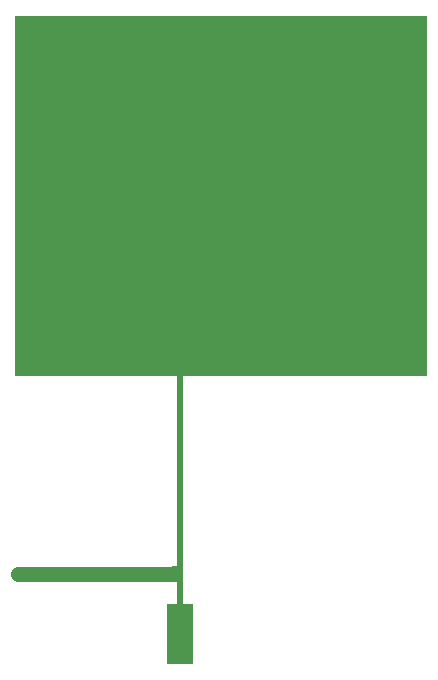
<source format=gbr>
G04 #@! TF.FileFunction,Copper,L1,Top,Signal*
%FSLAX46Y46*%
G04 Gerber Fmt 4.6, Leading zero omitted, Abs format (unit mm)*
G04 Created by KiCad (PCBNEW 4.0.5) date 04/28/17 13:05:09*
%MOMM*%
%LPD*%
G01*
G04 APERTURE LIST*
%ADD10C,0.025400*%
%ADD11R,34.925000X30.480000*%
%ADD12R,2.290000X5.080000*%
%ADD13C,0.508000*%
%ADD14C,0.508000*%
%ADD15C,1.016000*%
%ADD16C,0.762000*%
%ADD17C,1.270000*%
G04 APERTURE END LIST*
D10*
D11*
X25400000Y39636700D03*
D12*
X21907500Y2547200D03*
D13*
X8191500Y7632700D03*
D14*
X21907500Y7251700D02*
X21399500Y7251700D01*
X21399500Y7251700D02*
X21399500Y7632700D01*
X21907500Y8013700D02*
X21297900Y8013700D01*
X21297900Y8013700D02*
X21297900Y7632700D01*
X21907500Y7632700D02*
X21640800Y7632700D01*
D15*
X21513800Y7632700D02*
X21399500Y7632700D01*
D16*
X21640800Y7632700D02*
X21513800Y7632700D01*
D15*
X21399500Y7632700D02*
X21386800Y7632700D01*
D17*
X21386800Y7632700D02*
X21297900Y7632700D01*
X21297900Y7632700D02*
X8191500Y7632700D01*
D14*
X25400000Y39636700D02*
X21907500Y36144200D01*
X21907500Y36144200D02*
X21907500Y8013700D01*
X21907500Y8013700D02*
X21907500Y7632700D01*
X21907500Y7632700D02*
X21907500Y7251700D01*
X21907500Y7251700D02*
X21907500Y2547200D01*
M02*

</source>
